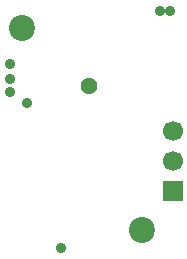
<source format=gbs>
%FSLAX42Y42*%
%MOMM*%
G71*
G01*
G75*
G04 Layer_Color=16711935*
%ADD10R,0.60X1.55*%
%ADD11R,0.89X0.89*%
%ADD12R,0.89X0.89*%
%ADD13R,1.10X2.50*%
%ADD14C,0.56*%
%ADD15C,0.61*%
%ADD16C,0.72*%
%ADD17R,0.60X2.20*%
%ADD18R,1.10X1.70*%
%ADD19R,1.70X1.10*%
%ADD20C,0.50*%
%ADD21C,0.25*%
%ADD22C,2.00*%
%ADD23R,1.50X1.50*%
%ADD24C,1.50*%
%ADD25C,1.22*%
%ADD26C,0.70*%
%ADD27C,0.25*%
%ADD28C,0.20*%
%ADD29C,0.10*%
%ADD30R,0.80X1.75*%
%ADD31R,1.09X1.09*%
%ADD32R,1.09X1.09*%
%ADD33R,1.30X2.70*%
%ADD34C,0.77*%
%ADD35C,0.82*%
%ADD36C,0.93*%
%ADD37R,0.80X2.40*%
%ADD38R,1.30X1.90*%
%ADD39R,1.90X1.30*%
%ADD40C,2.20*%
%ADD41R,1.70X1.70*%
%ADD42C,1.70*%
%ADD43C,1.43*%
%ADD44C,0.90*%
D40*
X450Y-1220D02*
D03*
X-570Y490D02*
D03*
D41*
X710Y-890D02*
D03*
D42*
Y-636D02*
D03*
Y-382D02*
D03*
D43*
X-3Y-0D02*
D03*
D44*
X-670Y-50D02*
D03*
Y60D02*
D03*
Y180D02*
D03*
X690Y630D02*
D03*
X600D02*
D03*
X-520Y-150D02*
D03*
X-240Y-1370D02*
D03*
M02*

</source>
